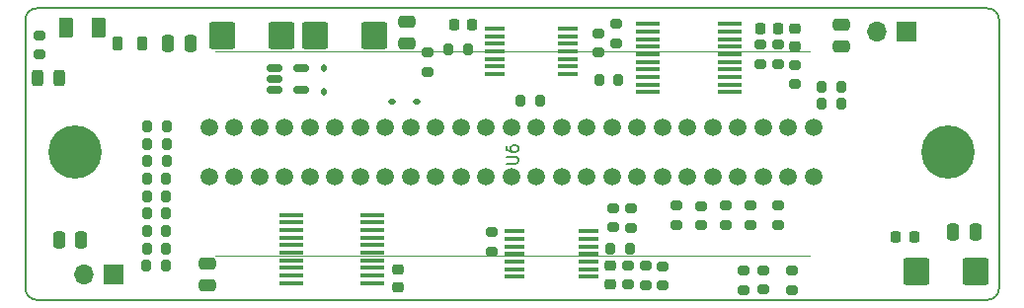
<source format=gbs>
%TF.GenerationSoftware,KiCad,Pcbnew,7.0.9*%
%TF.CreationDate,2024-01-13T12:33:37-06:00*%
%TF.ProjectId,SillyTinySCSI,53696c6c-7954-4696-9e79-534353492e6b,V2.0*%
%TF.SameCoordinates,Original*%
%TF.FileFunction,Soldermask,Bot*%
%TF.FilePolarity,Negative*%
%FSLAX46Y46*%
G04 Gerber Fmt 4.6, Leading zero omitted, Abs format (unit mm)*
G04 Created by KiCad (PCBNEW 7.0.9) date 2024-01-13 12:33:37*
%MOMM*%
%LPD*%
G01*
G04 APERTURE LIST*
G04 Aperture macros list*
%AMRoundRect*
0 Rectangle with rounded corners*
0 $1 Rounding radius*
0 $2 $3 $4 $5 $6 $7 $8 $9 X,Y pos of 4 corners*
0 Add a 4 corners polygon primitive as box body*
4,1,4,$2,$3,$4,$5,$6,$7,$8,$9,$2,$3,0*
0 Add four circle primitives for the rounded corners*
1,1,$1+$1,$2,$3*
1,1,$1+$1,$4,$5*
1,1,$1+$1,$6,$7*
1,1,$1+$1,$8,$9*
0 Add four rect primitives between the rounded corners*
20,1,$1+$1,$2,$3,$4,$5,0*
20,1,$1+$1,$4,$5,$6,$7,0*
20,1,$1+$1,$6,$7,$8,$9,0*
20,1,$1+$1,$8,$9,$2,$3,0*%
G04 Aperture macros list end*
%ADD10RoundRect,0.200000X0.275000X-0.200000X0.275000X0.200000X-0.275000X0.200000X-0.275000X-0.200000X0*%
%ADD11RoundRect,0.225000X0.250000X-0.225000X0.250000X0.225000X-0.250000X0.225000X-0.250000X-0.225000X0*%
%ADD12RoundRect,0.200000X0.200000X0.275000X-0.200000X0.275000X-0.200000X-0.275000X0.200000X-0.275000X0*%
%ADD13RoundRect,0.225000X-0.225000X-0.250000X0.225000X-0.250000X0.225000X0.250000X-0.225000X0.250000X0*%
%ADD14RoundRect,0.250000X0.475000X-0.250000X0.475000X0.250000X-0.475000X0.250000X-0.475000X-0.250000X0*%
%ADD15RoundRect,0.250000X0.250000X0.475000X-0.250000X0.475000X-0.250000X-0.475000X0.250000X-0.475000X0*%
%ADD16RoundRect,0.243750X0.243750X0.456250X-0.243750X0.456250X-0.243750X-0.456250X0.243750X-0.456250X0*%
%ADD17RoundRect,0.112500X0.112500X-0.187500X0.112500X0.187500X-0.112500X0.187500X-0.112500X-0.187500X0*%
%ADD18RoundRect,0.225000X-0.250000X0.225000X-0.250000X-0.225000X0.250000X-0.225000X0.250000X0.225000X0*%
%ADD19RoundRect,0.200000X-0.275000X0.200000X-0.275000X-0.200000X0.275000X-0.200000X0.275000X0.200000X0*%
%ADD20RoundRect,0.200000X-0.200000X-0.275000X0.200000X-0.275000X0.200000X0.275000X-0.200000X0.275000X0*%
%ADD21R,2.000000X0.430000*%
%ADD22RoundRect,0.218750X0.218750X0.381250X-0.218750X0.381250X-0.218750X-0.381250X0.218750X-0.381250X0*%
%ADD23C,1.500000*%
%ADD24C,4.575000*%
%ADD25RoundRect,0.112500X-0.187500X-0.112500X0.187500X-0.112500X0.187500X0.112500X-0.187500X0.112500X0*%
%ADD26RoundRect,0.250000X-0.875000X-0.925000X0.875000X-0.925000X0.875000X0.925000X-0.875000X0.925000X0*%
%ADD27RoundRect,0.150000X-0.512500X-0.150000X0.512500X-0.150000X0.512500X0.150000X-0.512500X0.150000X0*%
%ADD28R,1.700000X1.700000*%
%ADD29O,1.700000X1.700000*%
%ADD30RoundRect,0.250000X0.875000X0.925000X-0.875000X0.925000X-0.875000X-0.925000X0.875000X-0.925000X0*%
%ADD31R,1.800000X0.430000*%
%ADD32RoundRect,0.250000X-0.375000X-0.625000X0.375000X-0.625000X0.375000X0.625000X-0.375000X0.625000X0*%
%TA.AperFunction,Profile*%
%ADD33C,0.150000*%
%TD*%
%ADD34C,0.150000*%
%ADD35C,0.100000*%
G04 APERTURE END LIST*
D10*
X94180000Y-54195000D03*
X94180000Y-52545000D03*
D11*
X124920000Y-74195000D03*
X124920000Y-72645000D03*
D12*
X105045000Y-72350000D03*
X103395000Y-72350000D03*
D13*
X129745000Y-51630000D03*
X131295000Y-51630000D03*
D10*
X143430000Y-69035000D03*
X143430000Y-67385000D03*
D14*
X108600000Y-74010000D03*
X108600000Y-72110000D03*
D13*
X167645000Y-69900000D03*
X169195000Y-69900000D03*
D15*
X174450000Y-69440000D03*
X172550000Y-69440000D03*
D10*
X156020000Y-55035000D03*
X156020000Y-53385000D03*
D16*
X95927500Y-56260000D03*
X94052500Y-56260000D03*
D14*
X125740000Y-53280000D03*
X125740000Y-51380000D03*
D11*
X159010000Y-53525000D03*
X159010000Y-51975000D03*
D17*
X118600000Y-57450000D03*
X118600000Y-55350000D03*
D13*
X155995000Y-51980000D03*
X157545000Y-51980000D03*
D18*
X143190000Y-72335000D03*
X143190000Y-73885000D03*
D12*
X143835000Y-56370000D03*
X142185000Y-56370000D03*
D19*
X132980000Y-69445000D03*
X132980000Y-71095000D03*
D20*
X143195000Y-70880000D03*
X144845000Y-70880000D03*
D10*
X144690000Y-73930000D03*
X144690000Y-72280000D03*
D20*
X129295000Y-53750000D03*
X130945000Y-53750000D03*
D19*
X143670000Y-51575000D03*
X143670000Y-53225000D03*
D21*
X153380000Y-51590000D03*
X153380000Y-52240000D03*
X153380000Y-52890000D03*
X153380000Y-53540000D03*
X153380000Y-54190000D03*
X153380000Y-54840000D03*
X153380000Y-55490000D03*
X153380000Y-56140000D03*
X153380000Y-56790000D03*
X153380000Y-57440000D03*
X146380000Y-57440000D03*
X146380000Y-56790000D03*
X146380000Y-56140000D03*
X146380000Y-55490000D03*
X146380000Y-54840000D03*
X146380000Y-54190000D03*
X146380000Y-53540000D03*
X146380000Y-52890000D03*
X146380000Y-52240000D03*
X146380000Y-51590000D03*
X115770000Y-73820000D03*
X115770000Y-73170000D03*
X115770000Y-72520000D03*
X115770000Y-71870000D03*
X115770000Y-71220000D03*
X115770000Y-70570000D03*
X115770000Y-69920000D03*
X115770000Y-69270000D03*
X115770000Y-68620000D03*
X115770000Y-67970000D03*
X122770000Y-67970000D03*
X122770000Y-68620000D03*
X122770000Y-69270000D03*
X122770000Y-69920000D03*
X122770000Y-70570000D03*
X122770000Y-71220000D03*
X122770000Y-71870000D03*
X122770000Y-72520000D03*
X122770000Y-73170000D03*
X122770000Y-73820000D03*
D20*
X135475000Y-58210000D03*
X137125000Y-58210000D03*
D19*
X157510000Y-53385000D03*
X157510000Y-55035000D03*
D10*
X158990000Y-56755000D03*
X158990000Y-55105000D03*
D22*
X103042500Y-53260000D03*
X100917500Y-53260000D03*
D15*
X97810000Y-70120000D03*
X95910000Y-70120000D03*
D12*
X105085000Y-70840000D03*
X103435000Y-70840000D03*
D10*
X150980000Y-68845000D03*
X150980000Y-67195000D03*
D23*
X108750000Y-64730000D03*
X110910000Y-64730000D03*
X113070000Y-64730000D03*
X115230000Y-64730000D03*
X117390000Y-64730000D03*
X119550000Y-64730000D03*
X121710000Y-64730000D03*
X123870000Y-64730000D03*
X126030000Y-64730000D03*
X128190000Y-64730000D03*
X130350000Y-64730000D03*
X132510000Y-64730000D03*
X134670000Y-64730000D03*
X136830000Y-64730000D03*
X138990000Y-64730000D03*
X141150000Y-64730000D03*
X143310000Y-64730000D03*
X145470000Y-64730000D03*
X147630000Y-64730000D03*
X149790000Y-64730000D03*
X151950000Y-64730000D03*
X154110000Y-64730000D03*
X156270000Y-64730000D03*
X158430000Y-64730000D03*
X160590000Y-64730000D03*
X108750000Y-60440000D03*
X110910000Y-60440000D03*
X113070000Y-60440000D03*
X115230000Y-60440000D03*
X117390000Y-60440000D03*
X119550000Y-60440000D03*
X121710000Y-60440000D03*
X123870000Y-60440000D03*
X126030000Y-60440000D03*
X128190000Y-60440000D03*
X130350000Y-60440000D03*
X132510000Y-60440000D03*
X134670000Y-60440000D03*
X136830000Y-60440000D03*
X138990000Y-60440000D03*
X141150000Y-60440000D03*
X143310000Y-60440000D03*
X145470000Y-60440000D03*
X147630000Y-60440000D03*
X149790000Y-60440000D03*
X151950000Y-60440000D03*
X154110000Y-60440000D03*
X156270000Y-60440000D03*
X158430000Y-60440000D03*
X160590000Y-60440000D03*
D24*
X97245000Y-62585000D03*
X172095000Y-62585000D03*
D12*
X105075000Y-64850000D03*
X103425000Y-64850000D03*
D25*
X124430000Y-58240000D03*
X126530000Y-58240000D03*
D10*
X157560000Y-68825000D03*
X157560000Y-67175000D03*
D12*
X105115000Y-60410000D03*
X103465000Y-60410000D03*
D26*
X109850000Y-52600000D03*
X114950000Y-52600000D03*
D15*
X107140000Y-53290000D03*
X105240000Y-53290000D03*
D10*
X153070000Y-68825000D03*
X153070000Y-67175000D03*
D27*
X114362500Y-57250000D03*
X114362500Y-56300000D03*
X114362500Y-55350000D03*
X116637500Y-55350000D03*
X116637500Y-57250000D03*
D28*
X100570000Y-73115000D03*
D29*
X98030000Y-73115000D03*
D19*
X147660000Y-72365000D03*
X147660000Y-74015000D03*
D12*
X105135000Y-61890000D03*
X103485000Y-61890000D03*
X105075000Y-66380000D03*
X103425000Y-66380000D03*
X105095000Y-69360000D03*
X103445000Y-69360000D03*
D19*
X158750000Y-72775000D03*
X158750000Y-74425000D03*
D26*
X169385000Y-72850000D03*
X174485000Y-72850000D03*
D19*
X127510000Y-54065000D03*
X127510000Y-55715000D03*
D28*
X168595000Y-52260000D03*
D29*
X166055000Y-52260000D03*
D30*
X122950000Y-52600000D03*
X117850000Y-52600000D03*
D14*
X162980000Y-53540000D03*
X162980000Y-51640000D03*
D10*
X142100000Y-54055000D03*
X142100000Y-52405000D03*
X144950000Y-69055000D03*
X144950000Y-67405000D03*
D12*
X105115000Y-63350000D03*
X103465000Y-63350000D03*
D31*
X139520000Y-52000000D03*
X139520000Y-52650000D03*
X139520000Y-53300000D03*
X139520000Y-53950000D03*
X139520000Y-54600000D03*
X139520000Y-55250000D03*
X139520000Y-55900000D03*
X133220000Y-55900000D03*
X133220000Y-55250000D03*
X133220000Y-54600000D03*
X133220000Y-53950000D03*
X133220000Y-53300000D03*
X133220000Y-52650000D03*
X133220000Y-52000000D03*
D10*
X148860000Y-68835000D03*
X148860000Y-67185000D03*
D20*
X161285000Y-56990000D03*
X162935000Y-56990000D03*
X161285000Y-58470000D03*
X162935000Y-58470000D03*
D19*
X146190000Y-72335000D03*
X146190000Y-73985000D03*
D31*
X134960000Y-73270000D03*
X134960000Y-72620000D03*
X134960000Y-71970000D03*
X134960000Y-71320000D03*
X134960000Y-70670000D03*
X134960000Y-70020000D03*
X134960000Y-69370000D03*
X141260000Y-69370000D03*
X141260000Y-70020000D03*
X141260000Y-70670000D03*
X141260000Y-71320000D03*
X141260000Y-71970000D03*
X141260000Y-72620000D03*
X141260000Y-73270000D03*
D19*
X154560000Y-72745000D03*
X154560000Y-74395000D03*
X156300000Y-72725000D03*
X156300000Y-74375000D03*
D32*
X96490000Y-51950000D03*
X99290000Y-51950000D03*
D10*
X155140000Y-68830000D03*
X155140000Y-67180000D03*
D12*
X105075000Y-67860000D03*
X103425000Y-67860000D03*
D33*
X176500000Y-51250000D02*
G75*
G03*
X175499999Y-50250000I-1000000J0D01*
G01*
X93000000Y-51250000D02*
X93000000Y-74250001D01*
X94000000Y-50250000D02*
G75*
G03*
X93000000Y-51250000I0J-1000000D01*
G01*
X176499999Y-74249999D02*
X176500000Y-51250000D01*
X92999999Y-74250001D02*
G75*
G03*
X94000000Y-75250001I1000001J1D01*
G01*
X94000000Y-50250000D02*
X175499999Y-50250000D01*
X175499999Y-75249999D02*
X94000000Y-75250001D01*
X175499999Y-75249999D02*
G75*
G03*
X176499999Y-74249999I1J999999D01*
G01*
D34*
X134254819Y-63561904D02*
X135064342Y-63561904D01*
X135064342Y-63561904D02*
X135159580Y-63514285D01*
X135159580Y-63514285D02*
X135207200Y-63466666D01*
X135207200Y-63466666D02*
X135254819Y-63371428D01*
X135254819Y-63371428D02*
X135254819Y-63180952D01*
X135254819Y-63180952D02*
X135207200Y-63085714D01*
X135207200Y-63085714D02*
X135159580Y-63038095D01*
X135159580Y-63038095D02*
X135064342Y-62990476D01*
X135064342Y-62990476D02*
X134254819Y-62990476D01*
X134254819Y-62085714D02*
X134254819Y-62276190D01*
X134254819Y-62276190D02*
X134302438Y-62371428D01*
X134302438Y-62371428D02*
X134350057Y-62419047D01*
X134350057Y-62419047D02*
X134492914Y-62514285D01*
X134492914Y-62514285D02*
X134683390Y-62561904D01*
X134683390Y-62561904D02*
X135064342Y-62561904D01*
X135064342Y-62561904D02*
X135159580Y-62514285D01*
X135159580Y-62514285D02*
X135207200Y-62466666D01*
X135207200Y-62466666D02*
X135254819Y-62371428D01*
X135254819Y-62371428D02*
X135254819Y-62180952D01*
X135254819Y-62180952D02*
X135207200Y-62085714D01*
X135207200Y-62085714D02*
X135159580Y-62038095D01*
X135159580Y-62038095D02*
X135064342Y-61990476D01*
X135064342Y-61990476D02*
X134826247Y-61990476D01*
X134826247Y-61990476D02*
X134731009Y-62038095D01*
X134731009Y-62038095D02*
X134683390Y-62085714D01*
X134683390Y-62085714D02*
X134635771Y-62180952D01*
X134635771Y-62180952D02*
X134635771Y-62371428D01*
X134635771Y-62371428D02*
X134683390Y-62466666D01*
X134683390Y-62466666D02*
X134731009Y-62514285D01*
X134731009Y-62514285D02*
X134826247Y-62561904D01*
D35*
X109297723Y-71457167D02*
X160297723Y-71457167D01*
X109297723Y-53957167D02*
X160297723Y-53957167D01*
M02*

</source>
